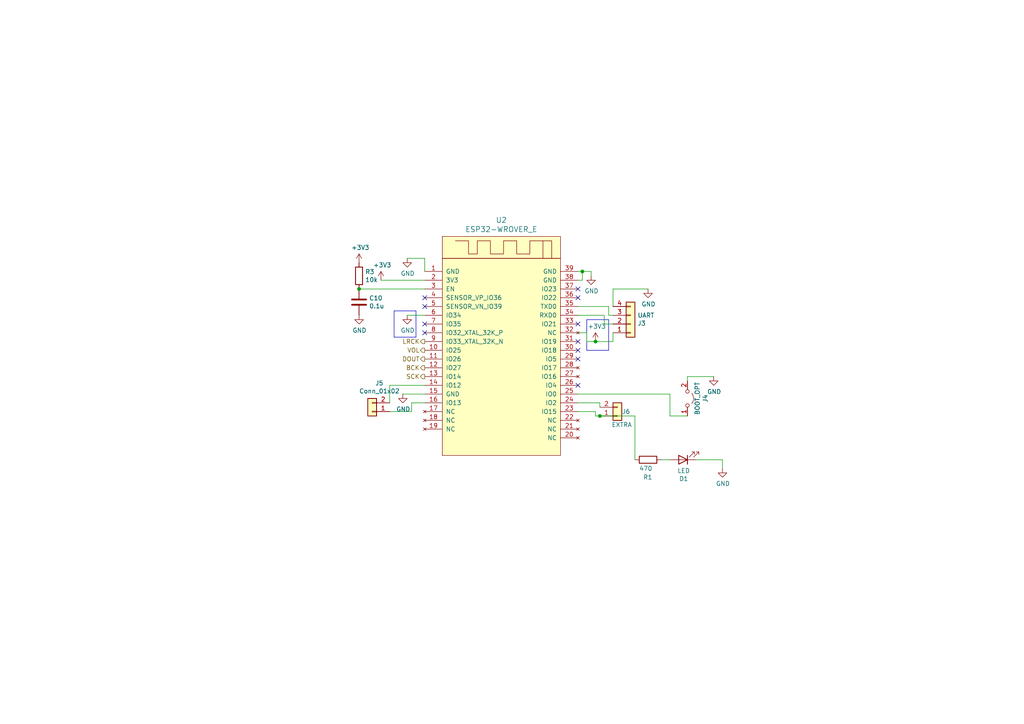
<source format=kicad_sch>
(kicad_sch (version 20250114) (generator "eeschema") (generator_version "9.0")
  (paper "A4")
  (title_block (title "Modulo completo") (date "2023-06-13") (company "Domosónica"))
  (lib_symbols
    (symbol "Connector_Generic:Conn_01x02" (pin_names (offset 1.016) (hide yes))
      (property "Reference" "J" (at 0 2.54 0))
      (property "Value" "Conn_01x02" (at 0 -5.08 0))
      (symbol "Conn_01x02_1_1"
        (rectangle (start -1.27 1.27) (end 1.27 -3.81) (stroke (width 0.254)) (fill (type background)))
        (rectangle (start -1.27 0.127) (end 0 -0.127) (stroke (width 0.1524)))
        (rectangle (start -1.27 -2.413) (end 0 -2.667) (stroke (width 0.1524)))
        (pin passive line (at -5.08 0 0) (length 3.81) (name "Pin_1") (number "1"))
        (pin passive line (at -5.08 -2.54 0) (length 3.81) (name "Pin_2") (number "2"))
      )
    )
    (symbol "Connector_Generic:Conn_01x04" (pin_names (offset 1.016) (hide yes))
      (property "Reference" "J" (at 0 5.08 0))
      (property "Value" "Conn_01x04" (at 0 -7.62 0))
      (symbol "Conn_01x04_1_1"
        (rectangle (start -1.27 3.81) (end 1.27 -6.35) (stroke (width 0.254)) (fill (type background)))
        (rectangle (start -1.27 2.667) (end 0 2.413) (stroke (width 0.1524)))
        (rectangle (start -1.27 0.127) (end 0 -0.127) (stroke (width 0.1524)))
        (rectangle (start -1.27 -2.413) (end 0 -2.667) (stroke (width 0.1524)))
        (rectangle (start -1.27 -4.953) (end 0 -5.207) (stroke (width 0.1524)))
        (pin passive line (at -5.08 2.54 0) (length 3.81) (name "Pin_1") (number "1"))
        (pin passive line (at -5.08 0 0) (length 3.81) (name "Pin_2") (number "2"))
        (pin passive line (at -5.08 -2.54 0) (length 3.81) (name "Pin_3") (number "3"))
        (pin passive line (at -5.08 -5.08 0) (length 3.81) (name "Pin_4") (number "4"))
      )
    )
    (symbol "Device:C" (pin_numbers (hide yes)) (pin_names (offset 0.254))
      (property "Reference" "C" (at 0.635 2.54 0))
      (property "Value" "C" (at 0.635 -2.54 0))
      (symbol "C_0_1"
        (polyline (pts (xy -2.032 0.762) (xy 2.032 0.762)) (stroke (width 0.508)))
        (polyline (pts (xy -2.032 -0.762) (xy 2.032 -0.762)) (stroke (width 0.508)))
      )
      (symbol "C_1_1"
        (pin passive line (at 0 3.81 270) (length 2.794) (name "~") (number "1"))
        (pin passive line (at 0 -3.81 90) (length 2.794) (name "~") (number "2"))
      )
    )
    (symbol "Device:LED" (pin_numbers (hide yes)) (pin_names (offset 1.016) (hide yes))
      (property "Reference" "D" (at 0 2.54 0))
      (property "Value" "LED" (at 0 -2.54 0))
      (symbol "LED_0_1"
        (polyline (pts (xy -3.048 -0.762) (xy -4.572 -2.286) (xy -3.81 -2.286) (xy -4.572 -2.286) (xy -4.572 -1.524)))
        (polyline (pts (xy -1.778 -0.762) (xy -3.302 -2.286) (xy -2.54 -2.286) (xy -3.302 -2.286) (xy -3.302 -1.524)))
        (polyline (pts (xy -1.27 0) (xy 1.27 0)))
        (polyline (pts (xy -1.27 -1.27) (xy -1.27 1.27)) (stroke (width 0.254)))
        (polyline (pts (xy 1.27 -1.27) (xy 1.27 1.27) (xy -1.27 0) (xy 1.27 -1.27)) (stroke (width 0.254)))
      )
      (symbol "LED_1_1"
        (pin passive line (at -3.81 0 0) (length 2.54) (name "K") (number "1"))
        (pin passive line (at 3.81 0 180) (length 2.54) (name "A") (number "2"))
      )
    )
    (symbol "Device:R" (pin_numbers (hide yes)) (pin_names (offset 0))
      (property "Reference" "R" (at 2.032 0 90))
      (property "Value" "R" (at 0 0 90))
      (symbol "R_0_1"
        (rectangle (start -1.016 -2.54) (end 1.016 2.54) (stroke (width 0.254)))
      )
      (symbol "R_1_1"
        (pin passive line (at 0 3.81 270) (length 1.27) (name "~") (number "1"))
        (pin passive line (at 0 -3.81 90) (length 1.27) (name "~") (number "2"))
      )
    )
    (symbol "Jumper:Jumper_2_Open" (pin_names (offset 0) (hide yes))
      (property "Reference" "JP" (at 0 2.794 0))
      (property "Value" "Jumper_2_Open" (at 0 -2.286 0))
      (symbol "Jumper_2_Open_0_0"
        (circle (center -2.032 0) (radius 0.508))
        (circle (center 2.032 0) (radius 0.508))
      )
      (symbol "Jumper_2_Open_0_1"
        (arc (start -1.524 1.27) (mid 0 1.778) (end 1.524 1.27))
      )
      (symbol "Jumper_2_Open_1_1"
        (pin passive line (at -5.08 0 0) (length 2.54) (name "A") (number "1"))
        (pin passive line (at 5.08 0 180) (length 2.54) (name "B") (number "2"))
      )
    )
    (symbol "Modulo-completo-rescue:ESP32-WROVER_E-esp32-wrover" (pin_names (offset 1.016))
      (property "Reference" "U" (at -15.24 -33.02 0))
      (property "Value" "ESP32-WROVER_E-esp32-wrover" (at 6.35 -33.02 0))
      (symbol "ESP32-WROVER_E-esp32-wrover_0_1"
        (rectangle (start -17.78 29.21) (end 16.51 22.86) (fill (type background)))
        (rectangle (start -17.78 22.86) (end 16.51 -34.29) (fill (type background)))
        (polyline (pts (xy -13.97 27.94) (xy -10.16 27.94) (xy -10.16 24.13) (xy -7.62 24.13) (xy -7.62 27.94) (xy -3.81 27.94) (xy -3.81 24.13) (xy 0 24.13) (xy 0 27.94) (xy 3.81 27.94) (xy 3.81 24.13) (xy 7.62 24.13) (xy 7.62 27.94) (xy 11.43 27.94) (xy 11.43 22.86)))
        (polyline (pts (xy 11.43 27.94) (xy 13.97 27.94) (xy 13.97 22.86)))
      )
      (symbol "ESP32-WROVER_E-esp32-wrover_1_1"
        (pin power_in line (at -22.86 19.05 0) (length 5.08) (name "GND") (number "1"))
        (pin power_in line (at -22.86 16.51 0) (length 5.08) (name "3V3") (number "2"))
        (pin input line (at -22.86 13.97 0) (length 5.08) (name "EN") (number "3"))
        (pin input line (at -22.86 11.43 0) (length 5.08) (name "SENSOR_VP_IO36") (number "4"))
        (pin input line (at -22.86 8.89 0) (length 5.08) (name "SENSOR_VN_IO39") (number "5"))
        (pin input line (at -22.86 6.35 0) (length 5.08) (name "IO34") (number "6"))
        (pin input line (at -22.86 3.81 0) (length 5.08) (name "IO35") (number "7"))
        (pin bidirectional line (at -22.86 1.27 0) (length 5.08) (name "IO32_XTAL_32K_P") (number "8"))
        (pin bidirectional line (at -22.86 -1.27 0) (length 5.08) (name "IO33_XTAL_32K_N") (number "9"))
        (pin bidirectional line (at -22.86 -3.81 0) (length 5.08) (name "IO25") (number "10"))
        (pin bidirectional line (at -22.86 -6.35 0) (length 5.08) (name "IO26") (number "11"))
        (pin bidirectional line (at -22.86 -8.89 0) (length 5.08) (name "IO27") (number "12"))
        (pin bidirectional line (at -22.86 -11.43 0) (length 5.08) (name "IO14") (number "13"))
        (pin bidirectional line (at -22.86 -13.97 0) (length 5.08) (name "IO12") (number "14"))
        (pin power_in line (at -22.86 -16.51 0) (length 5.08) (name "GND") (number "15"))
        (pin bidirectional line (at -22.86 -19.05 0) (length 5.08) (name "IO13") (number "16"))
        (pin no_connect line (at -22.86 -21.59 0) (length 5.08) (name "NC") (number "17"))
        (pin no_connect line (at -22.86 -24.13 0) (length 5.08) (name "NC") (number "18"))
        (pin no_connect line (at -22.86 -26.67 0) (length 5.08) (name "NC") (number "19"))
        (pin power_in line (at 21.59 19.05 180) (length 5.08) (name "GND") (number "39"))
        (pin power_in line (at 21.59 16.51 180) (length 5.08) (name "GND") (number "38"))
        (pin bidirectional line (at 21.59 13.97 180) (length 5.08) (name "IO23") (number "37"))
        (pin bidirectional line (at 21.59 11.43 180) (length 5.08) (name "IO22") (number "36"))
        (pin output line (at 21.59 8.89 180) (length 5.08) (name "TXD0") (number "35"))
        (pin input line (at 21.59 6.35 180) (length 5.08) (name "RXD0") (number "34"))
        (pin bidirectional line (at 21.59 3.81 180) (length 5.08) (name "IO21") (number "33"))
        (pin no_connect line (at 21.59 1.27 180) (length 5.08) (name "NC") (number "32"))
        (pin bidirectional line (at 21.59 -1.27 180) (length 5.08) (name "IO19") (number "31"))
        (pin bidirectional line (at 21.59 -3.81 180) (length 5.08) (name "IO18") (number "30"))
        (pin bidirectional line (at 21.59 -6.35 180) (length 5.08) (name "IO5") (number "29"))
        (pin no_connect line (at 21.59 -8.89 180) (length 5.08) (name "IO17") (number "28"))
        (pin no_connect line (at 21.59 -11.43 180) (length 5.08) (name "IO16") (number "27"))
        (pin bidirectional line (at 21.59 -13.97 180) (length 5.08) (name "IO4") (number "26"))
        (pin bidirectional line (at 21.59 -16.51 180) (length 5.08) (name "IO0") (number "25"))
        (pin bidirectional line (at 21.59 -19.05 180) (length 5.08) (name "IO2") (number "24"))
        (pin bidirectional line (at 21.59 -21.59 180) (length 5.08) (name "IO15") (number "23"))
        (pin no_connect line (at 21.59 -24.13 180) (length 5.08) (name "NC") (number "22"))
        (pin no_connect line (at 21.59 -26.67 180) (length 5.08) (name "NC") (number "21"))
        (pin no_connect line (at 21.59 -29.21 180) (length 5.08) (name "NC") (number "20"))
      )
    )
    (symbol "power:+3.3V" (power) (pin_names (offset 0))
      (property "Value" "+3.3V" (at 0 3.556 0))
      (symbol "+3.3V_0_1"
        (polyline (pts (xy -0.762 1.27) (xy 0 2.54)))
        (polyline (pts (xy 0 2.54) (xy 0.762 1.27)))
        (polyline (pts (xy 0 0) (xy 0 2.54)))
      )
      (symbol "+3.3V_1_1"
        (pin power_in line (at 0 0 90) (length 0) (hide yes) (name "+3V3") (number "1"))
      )
    )
    (symbol "power:GND" (power) (pin_names (offset 0))
      (property "Value" "GND" (at 0 -3.81 0))
      (symbol "GND_0_1"
        (polyline (pts (xy 0 0) (xy 0 -1.27) (xy 1.27 -1.27) (xy 0 -2.54) (xy -1.27 -1.27) (xy 0 -1.27)))
      )
      (symbol "GND_1_1"
        (pin power_in line (at 0 0 270) (length 0) (hide yes) (name "GND") (number "1"))
      )
    )
  )
  (junction (at 172.72 99.06))
  (junction (at 173.99 120.65))
  (junction (at 104.14 83.82))
  (junction (at 168.91 78.74))
  (no_connect (at 123.19 96.52))
  (no_connect (at 123.19 86.36))
  (no_connect (at 123.19 88.9))
  (no_connect (at 123.19 93.98))
  (no_connect (at 167.64 99.06))
  (no_connect (at 167.64 101.6))
  (no_connect (at 167.64 104.14))
  (no_connect (at 167.64 86.36))
  (no_connect (at 167.64 83.82))
  (no_connect (at 167.64 93.98))
  (no_connect (at 167.64 111.76))
  (polyline (pts (xy 114.3 90.17) (xy 120.65 90.17)))
  (wire (pts (xy 167.64 81.28) (xy 168.91 81.28)))
  (wire (pts (xy 171.45 78.74) (xy 171.45 80.01)))
  (wire (pts (xy 209.55 133.35) (xy 209.55 135.89)))
  (polyline (pts (xy 176.53 92.71) (xy 176.53 101.6)))
  (wire (pts (xy 116.84 114.3) (xy 123.19 114.3)))
  (wire (pts (xy 113.03 119.38) (xy 119.38 119.38)))
  (wire (pts (xy 175.26 91.44) (xy 175.26 93.98)))
  (wire (pts (xy 167.64 88.9) (xy 176.53 88.9)))
  (wire (pts (xy 177.8 99.06) (xy 177.8 96.52)))
  (wire (pts (xy 167.64 78.74) (xy 168.91 78.74)))
  (polyline (pts (xy 120.65 90.17) (xy 120.65 97.79)))
  (wire (pts (xy 194.31 114.3) (xy 194.31 120.65)))
  (wire (pts (xy 191.77 133.35) (xy 194.31 133.35)))
  (wire (pts (xy 173.99 116.84) (xy 173.99 118.11)))
  (wire (pts (xy 184.15 120.65) (xy 173.99 120.65)))
  (wire (pts (xy 123.19 74.93) (xy 123.19 78.74)))
  (wire (pts (xy 167.64 119.38) (xy 172.72 119.38)))
  (wire (pts (xy 123.19 91.44) (xy 118.11 91.44)))
  (polyline (pts (xy 170.18 92.71) (xy 170.18 101.6)))
  (wire (pts (xy 123.19 111.76) (xy 113.03 111.76)))
  (wire (pts (xy 119.38 119.38) (xy 119.38 116.84)))
  (wire (pts (xy 104.14 83.82) (xy 123.19 83.82)))
  (polyline (pts (xy 114.3 97.79) (xy 114.3 90.17)))
  (wire (pts (xy 170.18 96.52) (xy 170.18 99.06)))
  (wire (pts (xy 113.03 111.76) (xy 113.03 116.84)))
  (wire (pts (xy 199.39 109.22) (xy 199.39 110.49)))
  (wire (pts (xy 119.38 116.84) (xy 123.19 116.84)))
  (wire (pts (xy 118.11 74.93) (xy 123.19 74.93)))
  (wire (pts (xy 170.18 99.06) (xy 172.72 99.06)))
  (wire (pts (xy 172.72 120.65) (xy 173.99 120.65)))
  (wire (pts (xy 167.64 91.44) (xy 175.26 91.44)))
  (wire (pts (xy 199.39 109.22) (xy 207.01 109.22)))
  (wire (pts (xy 184.15 120.65) (xy 184.15 133.35)))
  (wire (pts (xy 167.64 116.84) (xy 173.99 116.84)))
  (wire (pts (xy 177.8 83.82) (xy 187.96 83.82)))
  (wire (pts (xy 176.53 88.9) (xy 176.53 91.44)))
  (wire (pts (xy 167.64 114.3) (xy 194.31 114.3)))
  (wire (pts (xy 176.53 91.44) (xy 177.8 91.44)))
  (wire (pts (xy 167.64 96.52) (xy 170.18 96.52)))
  (wire (pts (xy 201.93 133.35) (xy 209.55 133.35)))
  (polyline (pts (xy 176.53 101.6) (xy 170.18 101.6)))
  (wire (pts (xy 194.31 120.65) (xy 199.39 120.65)))
  (polyline (pts (xy 120.65 97.79) (xy 114.3 97.79)))
  (wire (pts (xy 177.8 83.82) (xy 177.8 88.9)))
  (wire (pts (xy 168.91 81.28) (xy 168.91 78.74)))
  (wire (pts (xy 172.72 119.38) (xy 172.72 120.65)))
  (wire (pts (xy 168.91 78.74) (xy 171.45 78.74)))
  (polyline (pts (xy 170.18 92.71) (xy 176.53 92.71)))
  (wire (pts (xy 110.49 81.28) (xy 123.19 81.28)))
  (wire (pts (xy 175.26 93.98) (xy 177.8 93.98)))
  (wire (pts (xy 172.72 99.06) (xy 177.8 99.06)))
  (hierarchical_label "DOUT" (shape output) (at 123.19 104.14 180))
  (hierarchical_label "SCK" (shape output) (at 123.19 109.22 180))
  (hierarchical_label "BCK" (shape output) (at 123.19 106.68 180))
  (hierarchical_label "VOL" (shape output) (at 123.19 101.6 180))
  (hierarchical_label "LRCK" (shape output) (at 123.19 99.06 180))
  (symbol (lib_id "Modulo-completo-rescue:ESP32-WROVER_E-esp32-wrover") (at 146.05 97.79 0) (unit 1)
    (property "Reference" "U2" (at 145.415 63.8302 0) (effects (font (size 1.524 1.524))))
    (property "Value" "ESP32-WROVER_E" (at 145.415 66.5226 0) (effects (font (size 1.524 1.524))))
    (property "Footprint" "esp32-wrover:ESP32-WROVER(EDIT)" (effects (hide yes)))
  )
  (symbol (lib_id "power:+3.3V") (at 104.14 76.2 0) (unit 1)
    (property "Reference" "#PWR0101" (effects (hide yes)))
    (property "Value" "+3V3" (at 104.521 71.8058 0))
  )
  (symbol (lib_id "power:+3.3V") (at 110.49 81.28 0) (unit 1)
    (property "Reference" "#PWR0111" (effects (hide yes)))
    (property "Value" "+3V3" (at 110.871 76.8858 0))
  )
  (symbol (lib_id "Device:R") (at 104.14 80.01 0) (unit 1)
    (property "Reference" "R3" (at 105.918 78.8416 0) (effects (justify left)))
    (property "Value" "10k" (at 105.918 81.153 0) (effects (justify left)))
    (property "Footprint" "Resistor_THT:R_Axial_DIN0207_L6.3mm_D2.5mm_P7.62mm_Horizontal" (effects (hide yes)))
  )
  (symbol (lib_id "Device:C") (at 104.14 87.63 0) (unit 1)
    (property "Reference" "C10" (at 107.061 86.4616 0) (effects (justify left)))
    (property "Value" "0.1u" (at 107.061 88.773 0) (effects (justify left)))
    (property "Footprint" "Capacitor_SMD:C_0805_2012Metric_Pad1.18x1.45mm_HandSolder" (effects (hide yes)))
  )
  (symbol (lib_id "power:GND") (at 104.14 91.44 0) (unit 1)
    (property "Reference" "#PWR0112" (effects (hide yes)))
    (property "Value" "GND" (at 104.267 95.8342 0))
  )
  (symbol (lib_id "power:GND") (at 116.84 114.3 0) (unit 1)
    (property "Reference" "#PWR0110" (effects (hide yes)))
    (property "Value" "GND" (at 116.967 118.6942 0))
  )
  (symbol (lib_id "power:GND") (at 171.45 80.01 0) (unit 1)
    (property "Reference" "#PWR0134" (effects (hide yes)))
    (property "Value" "GND" (at 171.577 84.4042 0))
  )
  (symbol (lib_id "power:GND") (at 207.01 109.22 0) (unit 1)
    (property "Reference" "#PWR0114" (effects (hide yes)))
    (property "Value" "GND" (at 207.137 113.6142 0))
  )
  (symbol (lib_id "Connector_Generic:Conn_01x04") (at 182.88 93.98 0) (mirror x) (unit 1)
    (property "Reference" "J3" (at 184.912 93.7768 0) (effects (justify left)))
    (property "Value" "UART" (at 184.912 91.4654 0) (effects (justify left)))
    (property "Footprint" "Connector_PinHeader_2.54mm:PinHeader_1x04_P2.54mm_Vertical" (effects (hide yes)))
  )
  (symbol (lib_id "power:GND") (at 187.96 83.82 0) (unit 1)
    (property "Reference" "#PWR0135" (effects (hide yes)))
    (property "Value" "GND" (at 188.087 88.2142 0))
  )
  (symbol (lib_id "power:+3.3V") (at 172.72 99.06 0) (unit 1)
    (property "Reference" "#PWR0136" (effects (hide yes)))
    (property "Value" "+3V3" (at 173.101 94.6658 0))
  )
  (symbol (lib_id "power:GND") (at 118.11 91.44 0) (unit 1)
    (property "Reference" "#PWR0107" (effects (hide yes)))
    (property "Value" "GND" (at 118.237 95.8342 0))
  )
  (symbol (lib_id "Jumper:Jumper_2_Open") (at 199.39 115.57 270) (mirror x) (unit 1)
    (property "Reference" "J4" (at 204.5716 115.57 0))
    (property "Value" "BOOT_OPT" (at 202.2602 115.57 0))
    (property "Footprint" "Connector_PinHeader_2.54mm:PinHeader_1x02_P2.54mm_Vertical" (effects (hide yes)))
  )
  (symbol (lib_id "Device:LED") (at 198.12 133.35 180) (unit 1)
    (property "Reference" "D1" (at 198.2978 138.8618 0))
    (property "Value" "LED" (at 198.2978 136.5504 0))
    (property "Footprint" "LED_THT:LED_D3.0mm" (effects (hide yes)))
  )
  (symbol (lib_id "Device:R") (at 187.96 133.35 90) (unit 1)
    (property "Reference" "R1" (at 189.23 138.43 90) (effects (justify left)))
    (property "Value" "470" (at 189.23 135.89 90) (effects (justify left)))
    (property "Footprint" "Resistor_THT:R_Axial_DIN0207_L6.3mm_D2.5mm_P7.62mm_Horizontal" (effects (hide yes)))
  )
  (symbol (lib_id "power:GND") (at 209.55 135.89 0) (unit 1)
    (property "Reference" "#PWR0105" (effects (hide yes)))
    (property "Value" "GND" (at 209.677 140.2842 0))
  )
  (symbol (lib_id "Connector_Generic:Conn_01x02") (at 179.07 120.65 0) (mirror x) (unit 1)
    (property "Reference" "J6" (at 181.61 119.38 0))
    (property "Value" "EXTRA" (at 180.34 123.19 0))
    (property "Footprint" "Connector_PinHeader_2.54mm:PinHeader_1x02_P2.54mm_Vertical" (effects (hide yes)))
  )
  (symbol (lib_id "power:GND") (at 118.11 74.93 0) (unit 1)
    (property "Reference" "#PWR0142" (effects (hide yes)))
    (property "Value" "GND" (at 118.237 79.3242 0))
  )
  (symbol (lib_id "Connector_Generic:Conn_01x02") (at 107.95 119.38 180) (unit 1)
    (property "Reference" "J5" (at 110.0328 111.125 0))
    (property "Value" "Conn_01x02" (at 110.0328 113.4364 0))
    (property "Footprint" "Connector_PinHeader_2.54mm:PinHeader_1x02_P2.54mm_Vertical" (effects (hide yes)))
  )
)
</source>
